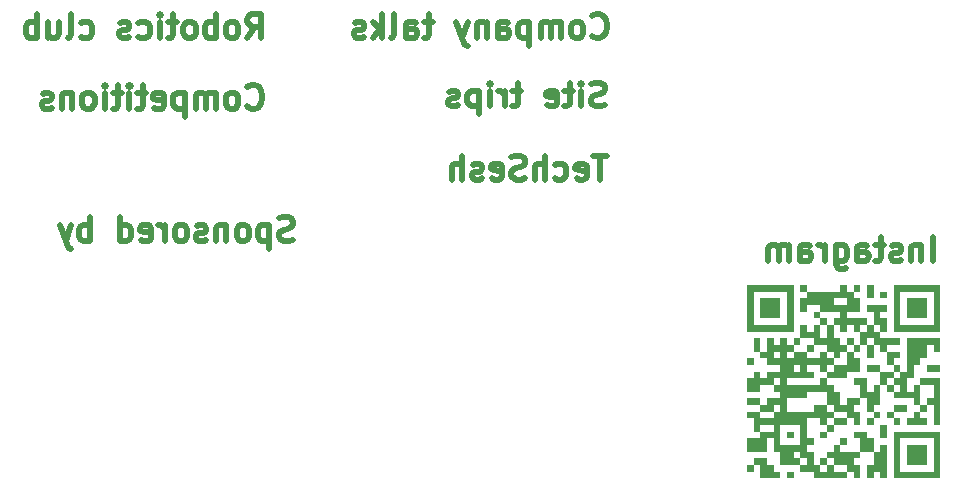
<source format=gbr>
%TF.GenerationSoftware,KiCad,Pcbnew,7.0.6-7.0.6~ubuntu22.04.1*%
%TF.CreationDate,2023-09-06T21:51:48+02:00*%
%TF.ProjectId,elecsoc_card,656c6563-736f-4635-9f63-6172642e6b69,rev?*%
%TF.SameCoordinates,Original*%
%TF.FileFunction,Soldermask,Bot*%
%TF.FilePolarity,Negative*%
%FSLAX46Y46*%
G04 Gerber Fmt 4.6, Leading zero omitted, Abs format (unit mm)*
G04 Created by KiCad (PCBNEW 7.0.6-7.0.6~ubuntu22.04.1) date 2023-09-06 21:51:48*
%MOMM*%
%LPD*%
G01*
G04 APERTURE LIST*
%ADD10C,0.000000*%
%ADD11C,0.500000*%
G04 APERTURE END LIST*
D10*
G36*
X169439009Y-95697870D02*
G01*
X170003453Y-95697870D01*
X170003453Y-96262315D01*
X170567899Y-96262315D01*
X170567899Y-96826759D01*
X168874565Y-96826759D01*
X168874565Y-95697870D01*
X168310120Y-95697870D01*
X168310120Y-95133426D01*
X169439009Y-95133426D01*
X169439009Y-95697870D01*
G37*
G36*
X171132343Y-86666759D02*
G01*
X171696787Y-86666759D01*
X171696787Y-86102314D01*
X172825676Y-86102314D01*
X172825676Y-86666759D01*
X173954565Y-86666759D01*
X173954565Y-86102314D01*
X174519010Y-86102314D01*
X174519010Y-86666759D01*
X175083454Y-86666759D01*
X175083454Y-87231203D01*
X174519010Y-87231203D01*
X174519010Y-87795648D01*
X173954565Y-87795648D01*
X173954565Y-87231203D01*
X172825676Y-87231203D01*
X172825676Y-87795648D01*
X173390120Y-87795648D01*
X173390120Y-88360092D01*
X171132343Y-88360092D01*
X171132343Y-88924537D01*
X173954565Y-88924537D01*
X173954565Y-88360092D01*
X174519010Y-88360092D01*
X174519010Y-88924537D01*
X175083454Y-88924537D01*
X175083454Y-89488981D01*
X175647898Y-89488981D01*
X175647898Y-90617870D01*
X176212343Y-90617870D01*
X176212343Y-90053425D01*
X177341232Y-90053425D01*
X177341232Y-90617870D01*
X176776787Y-90617870D01*
X176776787Y-91182315D01*
X177341232Y-91182315D01*
X177341232Y-92311203D01*
X176776787Y-92311203D01*
X176776787Y-91746759D01*
X176212343Y-91746759D01*
X176212343Y-92311203D01*
X175083454Y-92311203D01*
X175083454Y-92875648D01*
X174519010Y-92875648D01*
X174519010Y-92311203D01*
X173954565Y-92311203D01*
X173954565Y-91746759D01*
X172825676Y-91746759D01*
X172825676Y-92311203D01*
X172825676Y-93440092D01*
X173390120Y-93440092D01*
X173390120Y-94004536D01*
X172825676Y-94004536D01*
X172825676Y-94568982D01*
X173390120Y-94568982D01*
X173390120Y-95133426D01*
X173390120Y-95697870D01*
X173954565Y-95697870D01*
X173954565Y-95133426D01*
X174519010Y-95133426D01*
X174519010Y-95697870D01*
X173954565Y-95697870D01*
X173954565Y-96262315D01*
X174519010Y-96262315D01*
X175083454Y-96262315D01*
X176212343Y-96262315D01*
X176212343Y-95697870D01*
X175083454Y-95697870D01*
X175083454Y-96262315D01*
X174519010Y-96262315D01*
X174519010Y-95697870D01*
X175083454Y-95697870D01*
X175083454Y-95133426D01*
X174519010Y-95133426D01*
X174519010Y-94568982D01*
X175083454Y-94568982D01*
X175083454Y-94004536D01*
X175647898Y-94004536D01*
X175647898Y-94568982D01*
X177341232Y-94568982D01*
X177341232Y-95133426D01*
X176776787Y-95133426D01*
X176776787Y-95697870D01*
X177341232Y-95697870D01*
X177341232Y-96826759D01*
X176776787Y-96826759D01*
X176776787Y-96262315D01*
X176212343Y-96262315D01*
X176212343Y-96826759D01*
X173390120Y-96826759D01*
X173390120Y-96262315D01*
X172261232Y-96262315D01*
X172261232Y-95697870D01*
X172825676Y-95697870D01*
X172825676Y-95133426D01*
X172261232Y-95133426D01*
X172261232Y-95697870D01*
X170567899Y-95697870D01*
X170567899Y-95133426D01*
X171696787Y-95133426D01*
X172261232Y-95133426D01*
X172261232Y-94568982D01*
X171696787Y-94568982D01*
X171696787Y-95133426D01*
X170567899Y-95133426D01*
X170567899Y-94568982D01*
X170003453Y-94568982D01*
X170003453Y-93440092D01*
X169439009Y-93440092D01*
X169439009Y-94568982D01*
X167745676Y-94568982D01*
X167745676Y-93440092D01*
X168874565Y-93440092D01*
X168874565Y-92875648D01*
X170003453Y-92875648D01*
X170003453Y-92311203D01*
X170567899Y-92311203D01*
X170567899Y-94004536D01*
X172261232Y-94004536D01*
X172261232Y-92311203D01*
X170567899Y-92311203D01*
X170003453Y-92311203D01*
X168874565Y-92311203D01*
X168874565Y-92875648D01*
X168310120Y-92875648D01*
X168310120Y-91746759D01*
X167745676Y-91746759D01*
X167745676Y-91182315D01*
X168874565Y-91182315D01*
X168874565Y-91746759D01*
X170003453Y-91746759D01*
X170003453Y-91182315D01*
X170567899Y-91182315D01*
X170567899Y-90617870D01*
X171132343Y-90617870D01*
X171132343Y-91182315D01*
X173390120Y-91182315D01*
X173390120Y-90617870D01*
X174519010Y-90617870D01*
X174519010Y-91182315D01*
X175083454Y-91182315D01*
X175083454Y-91746759D01*
X174519010Y-91746759D01*
X174519010Y-92311203D01*
X175083454Y-92311203D01*
X175083454Y-91746759D01*
X176212343Y-91746759D01*
X176212343Y-91182315D01*
X175083454Y-91182315D01*
X175083454Y-90617870D01*
X174519010Y-90617870D01*
X174519010Y-89488981D01*
X172825676Y-89488981D01*
X172825676Y-90053425D01*
X171132343Y-90053425D01*
X171132343Y-90617870D01*
X170567899Y-90617870D01*
X170003453Y-90617870D01*
X170003453Y-91182315D01*
X168874565Y-91182315D01*
X168874565Y-90617870D01*
X169439009Y-90617870D01*
X169439009Y-90053425D01*
X170567899Y-90053425D01*
X170567899Y-89488981D01*
X170003453Y-89488981D01*
X170003453Y-88924537D01*
X170567899Y-88924537D01*
X170567899Y-88360092D01*
X170003453Y-88360092D01*
X170003453Y-88924537D01*
X168874565Y-88924537D01*
X168874565Y-89488981D01*
X167745676Y-89488981D01*
X167745676Y-88360092D01*
X168310120Y-88360092D01*
X168310120Y-87795648D01*
X168874565Y-87795648D01*
X168874565Y-88360092D01*
X169439009Y-88360092D01*
X169439009Y-87795648D01*
X170567899Y-87795648D01*
X170567899Y-87231203D01*
X171696787Y-87231203D01*
X171696787Y-87795648D01*
X172261232Y-87795648D01*
X172261232Y-87231203D01*
X171696787Y-87231203D01*
X170567899Y-87231203D01*
X169439009Y-87231203D01*
X169439009Y-86666759D01*
X170003453Y-86666759D01*
X170567899Y-86666759D01*
X170567899Y-86102314D01*
X170003453Y-86102314D01*
X170003453Y-86666759D01*
X169439009Y-86666759D01*
X168874565Y-86666759D01*
X168874565Y-86102314D01*
X169439009Y-86102314D01*
X169439009Y-84973426D01*
X170003453Y-84973426D01*
X170003453Y-85537870D01*
X170567899Y-85537870D01*
X170567899Y-84973426D01*
X171132343Y-84973426D01*
X171132343Y-85537870D01*
X171696787Y-85537870D01*
X171696787Y-86102314D01*
X171132343Y-86102314D01*
X171132343Y-86666759D01*
G37*
G36*
X179599009Y-93440092D02*
G01*
X179034565Y-93440092D01*
X179034565Y-92311203D01*
X179599009Y-92311203D01*
X179599009Y-93440092D01*
G37*
G36*
X168310120Y-96262315D02*
G01*
X167745676Y-96262315D01*
X167745676Y-95697870D01*
X168310120Y-95697870D01*
X168310120Y-96262315D01*
G37*
G36*
X180163454Y-89488981D02*
G01*
X179599009Y-89488981D01*
X179599009Y-88924537D01*
X180163454Y-88924537D01*
X180163454Y-89488981D01*
G37*
G36*
X171696787Y-84408981D02*
G01*
X167745676Y-84408981D01*
X167745676Y-83844537D01*
X168310120Y-83844537D01*
X171132343Y-83844537D01*
X171132343Y-81022314D01*
X168310120Y-81022314D01*
X168310120Y-83844537D01*
X167745676Y-83844537D01*
X167745676Y-80457870D01*
X171696787Y-80457870D01*
X171696787Y-81022314D01*
X171696787Y-84408981D01*
G37*
G36*
X168310120Y-87231203D02*
G01*
X167745676Y-87231203D01*
X167745676Y-86666759D01*
X168310120Y-86666759D01*
X168310120Y-87231203D01*
G37*
G36*
X174519010Y-93440092D02*
G01*
X173954565Y-93440092D01*
X173954565Y-92875648D01*
X174519010Y-92875648D01*
X174519010Y-93440092D01*
G37*
G36*
X177341232Y-81022314D02*
G01*
X176776787Y-81022314D01*
X176776787Y-80457870D01*
X177341232Y-80457870D01*
X177341232Y-81022314D01*
G37*
G36*
X180727898Y-86666759D02*
G01*
X180163454Y-86666759D01*
X180163454Y-87231203D01*
X179599009Y-87231203D01*
X179599009Y-86102314D01*
X180727898Y-86102314D01*
X180727898Y-86666759D01*
G37*
G36*
X179034565Y-91746759D02*
G01*
X178470121Y-91746759D01*
X178470121Y-91182315D01*
X179034565Y-91182315D01*
X179034565Y-91746759D01*
G37*
G36*
X179599009Y-96826759D02*
G01*
X179034565Y-96826759D01*
X179034565Y-96262315D01*
X178470121Y-96262315D01*
X178470121Y-96826759D01*
X177905676Y-96826759D01*
X177905676Y-95697870D01*
X178470121Y-95697870D01*
X178470121Y-94568982D01*
X179034565Y-94568982D01*
X179034565Y-94004536D01*
X179599009Y-94004536D01*
X179599009Y-96826759D01*
G37*
G36*
X170567899Y-83280092D02*
G01*
X168874565Y-83280092D01*
X168874565Y-81586759D01*
X170567899Y-81586759D01*
X170567899Y-83280092D01*
G37*
G36*
X173390120Y-86102314D02*
G01*
X172825676Y-86102314D01*
X172825676Y-85537870D01*
X173390120Y-85537870D01*
X173390120Y-86102314D01*
G37*
G36*
X182421232Y-91746759D02*
G01*
X182985676Y-91746759D01*
X182985676Y-92311203D01*
X181292343Y-92311203D01*
X181292343Y-91746759D01*
X181856787Y-91746759D01*
X181856787Y-91182315D01*
X182421232Y-91182315D01*
X182421232Y-91746759D01*
G37*
G36*
X180727898Y-87795648D02*
G01*
X180163454Y-87795648D01*
X180163454Y-87231203D01*
X180727898Y-87231203D01*
X180727898Y-87795648D01*
G37*
G36*
X172825676Y-84408981D02*
G01*
X173390120Y-84408981D01*
X173390120Y-83844537D01*
X173954565Y-83844537D01*
X173954565Y-84973426D01*
X174519010Y-84973426D01*
X174519010Y-83844537D01*
X175083454Y-83844537D01*
X175083454Y-84973426D01*
X175647898Y-84973426D01*
X175647898Y-85537870D01*
X176212343Y-85537870D01*
X176212343Y-86102314D01*
X175647898Y-86102314D01*
X175647898Y-86666759D01*
X175083454Y-86666759D01*
X175083454Y-86102314D01*
X174519010Y-86102314D01*
X174519010Y-85537870D01*
X173390120Y-85537870D01*
X173390120Y-84973426D01*
X172261232Y-84973426D01*
X172261232Y-83844537D01*
X172825676Y-83844537D01*
X172825676Y-84408981D01*
G37*
G36*
X174519010Y-83844537D02*
G01*
X173954565Y-83844537D01*
X173954565Y-83280092D01*
X174519010Y-83280092D01*
X174519010Y-83844537D01*
G37*
G36*
X178470121Y-81586759D02*
G01*
X177905676Y-81586759D01*
X177905676Y-80457870D01*
X178470121Y-80457870D01*
X178470121Y-81586759D01*
G37*
G36*
X172261232Y-85537870D02*
G01*
X171696787Y-85537870D01*
X171696787Y-84973426D01*
X172261232Y-84973426D01*
X172261232Y-85537870D01*
G37*
G36*
X181292343Y-91182315D02*
G01*
X180163454Y-91182315D01*
X180163454Y-90617870D01*
X181292343Y-90617870D01*
X181292343Y-91182315D01*
G37*
G36*
X180727898Y-92311203D02*
G01*
X180163454Y-92311203D01*
X180163454Y-91746759D01*
X180727898Y-91746759D01*
X180727898Y-92311203D01*
G37*
G36*
X182985676Y-95697870D02*
G01*
X181292343Y-95697870D01*
X181292343Y-94004536D01*
X182985676Y-94004536D01*
X182985676Y-95697870D01*
G37*
G36*
X177905676Y-89488981D02*
G01*
X178470121Y-89488981D01*
X178470121Y-88924537D01*
X179034565Y-88924537D01*
X179034565Y-90617870D01*
X178470121Y-90617870D01*
X178470121Y-91182315D01*
X177905676Y-91182315D01*
X177905676Y-90053425D01*
X177341232Y-90053425D01*
X177341232Y-88924537D01*
X176776787Y-88924537D01*
X176776787Y-88360092D01*
X177905676Y-88360092D01*
X177905676Y-89488981D01*
G37*
G36*
X177341232Y-81586759D02*
G01*
X177341232Y-82715648D01*
X176212343Y-82715648D01*
X176212343Y-83280092D01*
X177905676Y-83280092D01*
X177905676Y-83844537D01*
X177341232Y-83844537D01*
X177341232Y-84408981D01*
X177905676Y-84408981D01*
X178470121Y-84408981D01*
X179034565Y-84408981D01*
X179034565Y-83844537D01*
X178470121Y-83844537D01*
X178470121Y-84408981D01*
X177905676Y-84408981D01*
X177905676Y-83844537D01*
X178470121Y-83844537D01*
X178470121Y-82715648D01*
X177905676Y-82715648D01*
X177905676Y-82151203D01*
X179599009Y-82151203D01*
X179599009Y-82715648D01*
X179034565Y-82715648D01*
X179034565Y-83280092D01*
X179599009Y-83280092D01*
X179599009Y-83844537D01*
X179599009Y-84408981D01*
X179034565Y-84408981D01*
X179034565Y-84973426D01*
X180727898Y-84973426D01*
X180727898Y-85537870D01*
X179599009Y-85537870D01*
X179599009Y-86102314D01*
X179034565Y-86102314D01*
X179034565Y-85537870D01*
X178470121Y-85537870D01*
X178470121Y-84973426D01*
X177905676Y-84973426D01*
X177905676Y-85537870D01*
X177341232Y-85537870D01*
X177341232Y-84408981D01*
X176776787Y-84408981D01*
X176776787Y-83844537D01*
X176212343Y-83844537D01*
X176212343Y-84408981D01*
X175647898Y-84408981D01*
X175647898Y-83844537D01*
X175083454Y-83844537D01*
X175083454Y-83280092D01*
X175647898Y-83280092D01*
X175647898Y-82715648D01*
X173954565Y-82715648D01*
X173954565Y-82151203D01*
X175083454Y-82151203D01*
X176212343Y-82151203D01*
X176212343Y-81586759D01*
X175083454Y-81586759D01*
X175083454Y-82151203D01*
X173954565Y-82151203D01*
X172825676Y-82151203D01*
X172825676Y-82715648D01*
X172261232Y-82715648D01*
X172261232Y-81586759D01*
X172825676Y-81586759D01*
X172825676Y-81022314D01*
X175647898Y-81022314D01*
X175647898Y-80457870D01*
X176212343Y-80457870D01*
X176212343Y-81022314D01*
X176776787Y-81022314D01*
X176776787Y-81586759D01*
X177341232Y-81586759D01*
G37*
G36*
X178470121Y-86666759D02*
G01*
X177905676Y-86666759D01*
X177905676Y-85537870D01*
X178470121Y-85537870D01*
X178470121Y-86666759D01*
G37*
G36*
X179599009Y-81586759D02*
G01*
X179034565Y-81586759D01*
X179034565Y-81022314D01*
X179599009Y-81022314D01*
X179599009Y-81586759D01*
G37*
G36*
X176212343Y-94004536D02*
G01*
X175647898Y-94004536D01*
X175647898Y-93440092D01*
X176212343Y-93440092D01*
X176212343Y-94004536D01*
G37*
G36*
X184114565Y-86102314D02*
G01*
X183550121Y-86102314D01*
X183550121Y-85537870D01*
X182985676Y-85537870D01*
X182985676Y-86666759D01*
X182421232Y-86666759D01*
X182421232Y-87231203D01*
X181856787Y-87231203D01*
X181856787Y-88360092D01*
X181292343Y-88360092D01*
X181292343Y-89488981D01*
X181856787Y-89488981D01*
X181856787Y-88924537D01*
X182421232Y-88924537D01*
X182421232Y-90617870D01*
X182985676Y-90617870D01*
X182985676Y-90053425D01*
X183550121Y-90053425D01*
X183550121Y-88924537D01*
X182421232Y-88924537D01*
X182421232Y-88360092D01*
X184114565Y-88360092D01*
X184114565Y-92311203D01*
X183550121Y-92311203D01*
X183550121Y-90617870D01*
X182985676Y-90617870D01*
X182985676Y-91182315D01*
X182421232Y-91182315D01*
X182421232Y-90617870D01*
X181856787Y-90617870D01*
X181856787Y-90053425D01*
X180163454Y-90053425D01*
X180163454Y-89488981D01*
X180727898Y-89488981D01*
X180727898Y-88924537D01*
X180163454Y-88924537D01*
X180163454Y-88360092D01*
X179599009Y-88360092D01*
X179599009Y-88924537D01*
X179034565Y-88924537D01*
X179034565Y-87795648D01*
X180163454Y-87795648D01*
X180163454Y-88360092D01*
X180727898Y-88360092D01*
X180727898Y-87795648D01*
X181292343Y-87795648D01*
X181292343Y-84973426D01*
X184114565Y-84973426D01*
X184114565Y-86102314D01*
G37*
G36*
X168874565Y-86102314D02*
G01*
X168310120Y-86102314D01*
X168310120Y-84973426D01*
X168874565Y-84973426D01*
X168874565Y-86102314D01*
G37*
G36*
X177341232Y-86102314D02*
G01*
X176776787Y-86102314D01*
X176776787Y-85537870D01*
X177341232Y-85537870D01*
X177341232Y-86102314D01*
G37*
G36*
X173954565Y-83280092D02*
G01*
X173390120Y-83280092D01*
X173390120Y-82715648D01*
X173954565Y-82715648D01*
X173954565Y-83280092D01*
G37*
G36*
X184114565Y-96826759D02*
G01*
X180163454Y-96826759D01*
X180163454Y-96262315D01*
X180727898Y-96262315D01*
X183550121Y-96262315D01*
X183550121Y-93440092D01*
X180727898Y-93440092D01*
X180727898Y-96262315D01*
X180163454Y-96262315D01*
X180163454Y-92875648D01*
X184114565Y-92875648D01*
X184114565Y-93440092D01*
X184114565Y-96826759D01*
G37*
G36*
X179034565Y-87795648D02*
G01*
X177905676Y-87795648D01*
X177905676Y-87231203D01*
X179034565Y-87231203D01*
X179034565Y-87795648D01*
G37*
G36*
X182985676Y-83280092D02*
G01*
X181292343Y-83280092D01*
X181292343Y-81586759D01*
X182985676Y-81586759D01*
X182985676Y-83280092D01*
G37*
G36*
X184114565Y-84408981D02*
G01*
X180163454Y-84408981D01*
X180163454Y-83844537D01*
X180727898Y-83844537D01*
X183550121Y-83844537D01*
X183550121Y-81022314D01*
X180727898Y-81022314D01*
X180727898Y-83844537D01*
X180163454Y-83844537D01*
X180163454Y-80457870D01*
X184114565Y-80457870D01*
X184114565Y-81022314D01*
X184114565Y-84408981D01*
G37*
G36*
X184114565Y-87795648D02*
G01*
X182985676Y-87795648D01*
X182985676Y-87231203D01*
X184114565Y-87231203D01*
X184114565Y-87795648D01*
G37*
G36*
X178470121Y-92311203D02*
G01*
X177905676Y-92311203D01*
X177905676Y-91746759D01*
X178470121Y-91746759D01*
X178470121Y-92311203D01*
G37*
G36*
X177905676Y-93440092D02*
G01*
X178470121Y-93440092D01*
X178470121Y-94568982D01*
X177341232Y-94568982D01*
X177341232Y-93440092D01*
X176776787Y-93440092D01*
X176776787Y-92875648D01*
X177905676Y-92875648D01*
X177905676Y-93440092D01*
G37*
G36*
X176776787Y-86666759D02*
G01*
X177341232Y-86666759D01*
X177341232Y-87795648D01*
X176212343Y-87795648D01*
X176212343Y-88360092D01*
X174519010Y-88360092D01*
X174519010Y-87795648D01*
X175083454Y-87795648D01*
X175083454Y-87231203D01*
X176212343Y-87231203D01*
X176212343Y-86102314D01*
X176776787Y-86102314D01*
X176776787Y-86666759D01*
G37*
G36*
X168874565Y-90617870D02*
G01*
X167745676Y-90617870D01*
X167745676Y-90053425D01*
X168874565Y-90053425D01*
X168874565Y-90617870D01*
G37*
G36*
X172825676Y-81022314D02*
G01*
X172261232Y-81022314D01*
X172261232Y-80457870D01*
X172825676Y-80457870D01*
X172825676Y-81022314D01*
G37*
G36*
X180163454Y-91746759D02*
G01*
X179599009Y-91746759D01*
X179599009Y-91182315D01*
X180163454Y-91182315D01*
X180163454Y-91746759D01*
G37*
G36*
X171696787Y-96826759D02*
G01*
X171132343Y-96826759D01*
X171132343Y-96262315D01*
X171696787Y-96262315D01*
X171696787Y-96826759D01*
G37*
G36*
X176776787Y-85537870D02*
G01*
X176212343Y-85537870D01*
X176212343Y-84973426D01*
X176776787Y-84973426D01*
X176776787Y-85537870D01*
G37*
G36*
X171696787Y-93440092D02*
G01*
X171132343Y-93440092D01*
X171132343Y-92875648D01*
X171696787Y-92875648D01*
X171696787Y-93440092D01*
G37*
D11*
X154652005Y-59338761D02*
X154747243Y-59434000D01*
X154747243Y-59434000D02*
X155032957Y-59529238D01*
X155032957Y-59529238D02*
X155223433Y-59529238D01*
X155223433Y-59529238D02*
X155509148Y-59434000D01*
X155509148Y-59434000D02*
X155699624Y-59243523D01*
X155699624Y-59243523D02*
X155794862Y-59053047D01*
X155794862Y-59053047D02*
X155890100Y-58672095D01*
X155890100Y-58672095D02*
X155890100Y-58386380D01*
X155890100Y-58386380D02*
X155794862Y-58005428D01*
X155794862Y-58005428D02*
X155699624Y-57814952D01*
X155699624Y-57814952D02*
X155509148Y-57624476D01*
X155509148Y-57624476D02*
X155223433Y-57529238D01*
X155223433Y-57529238D02*
X155032957Y-57529238D01*
X155032957Y-57529238D02*
X154747243Y-57624476D01*
X154747243Y-57624476D02*
X154652005Y-57719714D01*
X153509148Y-59529238D02*
X153699624Y-59434000D01*
X153699624Y-59434000D02*
X153794862Y-59338761D01*
X153794862Y-59338761D02*
X153890100Y-59148285D01*
X153890100Y-59148285D02*
X153890100Y-58576857D01*
X153890100Y-58576857D02*
X153794862Y-58386380D01*
X153794862Y-58386380D02*
X153699624Y-58291142D01*
X153699624Y-58291142D02*
X153509148Y-58195904D01*
X153509148Y-58195904D02*
X153223433Y-58195904D01*
X153223433Y-58195904D02*
X153032957Y-58291142D01*
X153032957Y-58291142D02*
X152937719Y-58386380D01*
X152937719Y-58386380D02*
X152842481Y-58576857D01*
X152842481Y-58576857D02*
X152842481Y-59148285D01*
X152842481Y-59148285D02*
X152937719Y-59338761D01*
X152937719Y-59338761D02*
X153032957Y-59434000D01*
X153032957Y-59434000D02*
X153223433Y-59529238D01*
X153223433Y-59529238D02*
X153509148Y-59529238D01*
X151985338Y-59529238D02*
X151985338Y-58195904D01*
X151985338Y-58386380D02*
X151890100Y-58291142D01*
X151890100Y-58291142D02*
X151699624Y-58195904D01*
X151699624Y-58195904D02*
X151413909Y-58195904D01*
X151413909Y-58195904D02*
X151223433Y-58291142D01*
X151223433Y-58291142D02*
X151128195Y-58481619D01*
X151128195Y-58481619D02*
X151128195Y-59529238D01*
X151128195Y-58481619D02*
X151032957Y-58291142D01*
X151032957Y-58291142D02*
X150842481Y-58195904D01*
X150842481Y-58195904D02*
X150556767Y-58195904D01*
X150556767Y-58195904D02*
X150366290Y-58291142D01*
X150366290Y-58291142D02*
X150271052Y-58481619D01*
X150271052Y-58481619D02*
X150271052Y-59529238D01*
X149318671Y-58195904D02*
X149318671Y-60195904D01*
X149318671Y-58291142D02*
X149128195Y-58195904D01*
X149128195Y-58195904D02*
X148747242Y-58195904D01*
X148747242Y-58195904D02*
X148556766Y-58291142D01*
X148556766Y-58291142D02*
X148461528Y-58386380D01*
X148461528Y-58386380D02*
X148366290Y-58576857D01*
X148366290Y-58576857D02*
X148366290Y-59148285D01*
X148366290Y-59148285D02*
X148461528Y-59338761D01*
X148461528Y-59338761D02*
X148556766Y-59434000D01*
X148556766Y-59434000D02*
X148747242Y-59529238D01*
X148747242Y-59529238D02*
X149128195Y-59529238D01*
X149128195Y-59529238D02*
X149318671Y-59434000D01*
X146652004Y-59529238D02*
X146652004Y-58481619D01*
X146652004Y-58481619D02*
X146747242Y-58291142D01*
X146747242Y-58291142D02*
X146937718Y-58195904D01*
X146937718Y-58195904D02*
X147318671Y-58195904D01*
X147318671Y-58195904D02*
X147509147Y-58291142D01*
X146652004Y-59434000D02*
X146842480Y-59529238D01*
X146842480Y-59529238D02*
X147318671Y-59529238D01*
X147318671Y-59529238D02*
X147509147Y-59434000D01*
X147509147Y-59434000D02*
X147604385Y-59243523D01*
X147604385Y-59243523D02*
X147604385Y-59053047D01*
X147604385Y-59053047D02*
X147509147Y-58862571D01*
X147509147Y-58862571D02*
X147318671Y-58767333D01*
X147318671Y-58767333D02*
X146842480Y-58767333D01*
X146842480Y-58767333D02*
X146652004Y-58672095D01*
X145699623Y-58195904D02*
X145699623Y-59529238D01*
X145699623Y-58386380D02*
X145604385Y-58291142D01*
X145604385Y-58291142D02*
X145413909Y-58195904D01*
X145413909Y-58195904D02*
X145128194Y-58195904D01*
X145128194Y-58195904D02*
X144937718Y-58291142D01*
X144937718Y-58291142D02*
X144842480Y-58481619D01*
X144842480Y-58481619D02*
X144842480Y-59529238D01*
X144080575Y-58195904D02*
X143604385Y-59529238D01*
X143128194Y-58195904D02*
X143604385Y-59529238D01*
X143604385Y-59529238D02*
X143794861Y-60005428D01*
X143794861Y-60005428D02*
X143890099Y-60100666D01*
X143890099Y-60100666D02*
X144080575Y-60195904D01*
X141128193Y-58195904D02*
X140366289Y-58195904D01*
X140842479Y-57529238D02*
X140842479Y-59243523D01*
X140842479Y-59243523D02*
X140747241Y-59434000D01*
X140747241Y-59434000D02*
X140556765Y-59529238D01*
X140556765Y-59529238D02*
X140366289Y-59529238D01*
X138842479Y-59529238D02*
X138842479Y-58481619D01*
X138842479Y-58481619D02*
X138937717Y-58291142D01*
X138937717Y-58291142D02*
X139128193Y-58195904D01*
X139128193Y-58195904D02*
X139509146Y-58195904D01*
X139509146Y-58195904D02*
X139699622Y-58291142D01*
X138842479Y-59434000D02*
X139032955Y-59529238D01*
X139032955Y-59529238D02*
X139509146Y-59529238D01*
X139509146Y-59529238D02*
X139699622Y-59434000D01*
X139699622Y-59434000D02*
X139794860Y-59243523D01*
X139794860Y-59243523D02*
X139794860Y-59053047D01*
X139794860Y-59053047D02*
X139699622Y-58862571D01*
X139699622Y-58862571D02*
X139509146Y-58767333D01*
X139509146Y-58767333D02*
X139032955Y-58767333D01*
X139032955Y-58767333D02*
X138842479Y-58672095D01*
X137604384Y-59529238D02*
X137794860Y-59434000D01*
X137794860Y-59434000D02*
X137890098Y-59243523D01*
X137890098Y-59243523D02*
X137890098Y-57529238D01*
X136842479Y-59529238D02*
X136842479Y-57529238D01*
X136652003Y-58767333D02*
X136080574Y-59529238D01*
X136080574Y-58195904D02*
X136842479Y-58957809D01*
X135318669Y-59434000D02*
X135128193Y-59529238D01*
X135128193Y-59529238D02*
X134747241Y-59529238D01*
X134747241Y-59529238D02*
X134556764Y-59434000D01*
X134556764Y-59434000D02*
X134461526Y-59243523D01*
X134461526Y-59243523D02*
X134461526Y-59148285D01*
X134461526Y-59148285D02*
X134556764Y-58957809D01*
X134556764Y-58957809D02*
X134747241Y-58862571D01*
X134747241Y-58862571D02*
X135032955Y-58862571D01*
X135032955Y-58862571D02*
X135223431Y-58767333D01*
X135223431Y-58767333D02*
X135318669Y-58576857D01*
X135318669Y-58576857D02*
X135318669Y-58481619D01*
X135318669Y-58481619D02*
X135223431Y-58291142D01*
X135223431Y-58291142D02*
X135032955Y-58195904D01*
X135032955Y-58195904D02*
X134747241Y-58195904D01*
X134747241Y-58195904D02*
X134556764Y-58291142D01*
X155690100Y-65234000D02*
X155404386Y-65329238D01*
X155404386Y-65329238D02*
X154928195Y-65329238D01*
X154928195Y-65329238D02*
X154737719Y-65234000D01*
X154737719Y-65234000D02*
X154642481Y-65138761D01*
X154642481Y-65138761D02*
X154547243Y-64948285D01*
X154547243Y-64948285D02*
X154547243Y-64757809D01*
X154547243Y-64757809D02*
X154642481Y-64567333D01*
X154642481Y-64567333D02*
X154737719Y-64472095D01*
X154737719Y-64472095D02*
X154928195Y-64376857D01*
X154928195Y-64376857D02*
X155309148Y-64281619D01*
X155309148Y-64281619D02*
X155499624Y-64186380D01*
X155499624Y-64186380D02*
X155594862Y-64091142D01*
X155594862Y-64091142D02*
X155690100Y-63900666D01*
X155690100Y-63900666D02*
X155690100Y-63710190D01*
X155690100Y-63710190D02*
X155594862Y-63519714D01*
X155594862Y-63519714D02*
X155499624Y-63424476D01*
X155499624Y-63424476D02*
X155309148Y-63329238D01*
X155309148Y-63329238D02*
X154832957Y-63329238D01*
X154832957Y-63329238D02*
X154547243Y-63424476D01*
X153690100Y-65329238D02*
X153690100Y-63995904D01*
X153690100Y-63329238D02*
X153785338Y-63424476D01*
X153785338Y-63424476D02*
X153690100Y-63519714D01*
X153690100Y-63519714D02*
X153594862Y-63424476D01*
X153594862Y-63424476D02*
X153690100Y-63329238D01*
X153690100Y-63329238D02*
X153690100Y-63519714D01*
X153023433Y-63995904D02*
X152261529Y-63995904D01*
X152737719Y-63329238D02*
X152737719Y-65043523D01*
X152737719Y-65043523D02*
X152642481Y-65234000D01*
X152642481Y-65234000D02*
X152452005Y-65329238D01*
X152452005Y-65329238D02*
X152261529Y-65329238D01*
X150832957Y-65234000D02*
X151023433Y-65329238D01*
X151023433Y-65329238D02*
X151404386Y-65329238D01*
X151404386Y-65329238D02*
X151594862Y-65234000D01*
X151594862Y-65234000D02*
X151690100Y-65043523D01*
X151690100Y-65043523D02*
X151690100Y-64281619D01*
X151690100Y-64281619D02*
X151594862Y-64091142D01*
X151594862Y-64091142D02*
X151404386Y-63995904D01*
X151404386Y-63995904D02*
X151023433Y-63995904D01*
X151023433Y-63995904D02*
X150832957Y-64091142D01*
X150832957Y-64091142D02*
X150737719Y-64281619D01*
X150737719Y-64281619D02*
X150737719Y-64472095D01*
X150737719Y-64472095D02*
X151690100Y-64662571D01*
X148642480Y-63995904D02*
X147880576Y-63995904D01*
X148356766Y-63329238D02*
X148356766Y-65043523D01*
X148356766Y-65043523D02*
X148261528Y-65234000D01*
X148261528Y-65234000D02*
X148071052Y-65329238D01*
X148071052Y-65329238D02*
X147880576Y-65329238D01*
X147213909Y-65329238D02*
X147213909Y-63995904D01*
X147213909Y-64376857D02*
X147118671Y-64186380D01*
X147118671Y-64186380D02*
X147023433Y-64091142D01*
X147023433Y-64091142D02*
X146832957Y-63995904D01*
X146832957Y-63995904D02*
X146642480Y-63995904D01*
X145975814Y-65329238D02*
X145975814Y-63995904D01*
X145975814Y-63329238D02*
X146071052Y-63424476D01*
X146071052Y-63424476D02*
X145975814Y-63519714D01*
X145975814Y-63519714D02*
X145880576Y-63424476D01*
X145880576Y-63424476D02*
X145975814Y-63329238D01*
X145975814Y-63329238D02*
X145975814Y-63519714D01*
X145023433Y-63995904D02*
X145023433Y-65995904D01*
X145023433Y-64091142D02*
X144832957Y-63995904D01*
X144832957Y-63995904D02*
X144452004Y-63995904D01*
X144452004Y-63995904D02*
X144261528Y-64091142D01*
X144261528Y-64091142D02*
X144166290Y-64186380D01*
X144166290Y-64186380D02*
X144071052Y-64376857D01*
X144071052Y-64376857D02*
X144071052Y-64948285D01*
X144071052Y-64948285D02*
X144166290Y-65138761D01*
X144166290Y-65138761D02*
X144261528Y-65234000D01*
X144261528Y-65234000D02*
X144452004Y-65329238D01*
X144452004Y-65329238D02*
X144832957Y-65329238D01*
X144832957Y-65329238D02*
X145023433Y-65234000D01*
X143309147Y-65234000D02*
X143118671Y-65329238D01*
X143118671Y-65329238D02*
X142737719Y-65329238D01*
X142737719Y-65329238D02*
X142547242Y-65234000D01*
X142547242Y-65234000D02*
X142452004Y-65043523D01*
X142452004Y-65043523D02*
X142452004Y-64948285D01*
X142452004Y-64948285D02*
X142547242Y-64757809D01*
X142547242Y-64757809D02*
X142737719Y-64662571D01*
X142737719Y-64662571D02*
X143023433Y-64662571D01*
X143023433Y-64662571D02*
X143213909Y-64567333D01*
X143213909Y-64567333D02*
X143309147Y-64376857D01*
X143309147Y-64376857D02*
X143309147Y-64281619D01*
X143309147Y-64281619D02*
X143213909Y-64091142D01*
X143213909Y-64091142D02*
X143023433Y-63995904D01*
X143023433Y-63995904D02*
X142737719Y-63995904D01*
X142737719Y-63995904D02*
X142547242Y-64091142D01*
X125452005Y-65338761D02*
X125547243Y-65434000D01*
X125547243Y-65434000D02*
X125832957Y-65529238D01*
X125832957Y-65529238D02*
X126023433Y-65529238D01*
X126023433Y-65529238D02*
X126309148Y-65434000D01*
X126309148Y-65434000D02*
X126499624Y-65243523D01*
X126499624Y-65243523D02*
X126594862Y-65053047D01*
X126594862Y-65053047D02*
X126690100Y-64672095D01*
X126690100Y-64672095D02*
X126690100Y-64386380D01*
X126690100Y-64386380D02*
X126594862Y-64005428D01*
X126594862Y-64005428D02*
X126499624Y-63814952D01*
X126499624Y-63814952D02*
X126309148Y-63624476D01*
X126309148Y-63624476D02*
X126023433Y-63529238D01*
X126023433Y-63529238D02*
X125832957Y-63529238D01*
X125832957Y-63529238D02*
X125547243Y-63624476D01*
X125547243Y-63624476D02*
X125452005Y-63719714D01*
X124309148Y-65529238D02*
X124499624Y-65434000D01*
X124499624Y-65434000D02*
X124594862Y-65338761D01*
X124594862Y-65338761D02*
X124690100Y-65148285D01*
X124690100Y-65148285D02*
X124690100Y-64576857D01*
X124690100Y-64576857D02*
X124594862Y-64386380D01*
X124594862Y-64386380D02*
X124499624Y-64291142D01*
X124499624Y-64291142D02*
X124309148Y-64195904D01*
X124309148Y-64195904D02*
X124023433Y-64195904D01*
X124023433Y-64195904D02*
X123832957Y-64291142D01*
X123832957Y-64291142D02*
X123737719Y-64386380D01*
X123737719Y-64386380D02*
X123642481Y-64576857D01*
X123642481Y-64576857D02*
X123642481Y-65148285D01*
X123642481Y-65148285D02*
X123737719Y-65338761D01*
X123737719Y-65338761D02*
X123832957Y-65434000D01*
X123832957Y-65434000D02*
X124023433Y-65529238D01*
X124023433Y-65529238D02*
X124309148Y-65529238D01*
X122785338Y-65529238D02*
X122785338Y-64195904D01*
X122785338Y-64386380D02*
X122690100Y-64291142D01*
X122690100Y-64291142D02*
X122499624Y-64195904D01*
X122499624Y-64195904D02*
X122213909Y-64195904D01*
X122213909Y-64195904D02*
X122023433Y-64291142D01*
X122023433Y-64291142D02*
X121928195Y-64481619D01*
X121928195Y-64481619D02*
X121928195Y-65529238D01*
X121928195Y-64481619D02*
X121832957Y-64291142D01*
X121832957Y-64291142D02*
X121642481Y-64195904D01*
X121642481Y-64195904D02*
X121356767Y-64195904D01*
X121356767Y-64195904D02*
X121166290Y-64291142D01*
X121166290Y-64291142D02*
X121071052Y-64481619D01*
X121071052Y-64481619D02*
X121071052Y-65529238D01*
X120118671Y-64195904D02*
X120118671Y-66195904D01*
X120118671Y-64291142D02*
X119928195Y-64195904D01*
X119928195Y-64195904D02*
X119547242Y-64195904D01*
X119547242Y-64195904D02*
X119356766Y-64291142D01*
X119356766Y-64291142D02*
X119261528Y-64386380D01*
X119261528Y-64386380D02*
X119166290Y-64576857D01*
X119166290Y-64576857D02*
X119166290Y-65148285D01*
X119166290Y-65148285D02*
X119261528Y-65338761D01*
X119261528Y-65338761D02*
X119356766Y-65434000D01*
X119356766Y-65434000D02*
X119547242Y-65529238D01*
X119547242Y-65529238D02*
X119928195Y-65529238D01*
X119928195Y-65529238D02*
X120118671Y-65434000D01*
X117547242Y-65434000D02*
X117737718Y-65529238D01*
X117737718Y-65529238D02*
X118118671Y-65529238D01*
X118118671Y-65529238D02*
X118309147Y-65434000D01*
X118309147Y-65434000D02*
X118404385Y-65243523D01*
X118404385Y-65243523D02*
X118404385Y-64481619D01*
X118404385Y-64481619D02*
X118309147Y-64291142D01*
X118309147Y-64291142D02*
X118118671Y-64195904D01*
X118118671Y-64195904D02*
X117737718Y-64195904D01*
X117737718Y-64195904D02*
X117547242Y-64291142D01*
X117547242Y-64291142D02*
X117452004Y-64481619D01*
X117452004Y-64481619D02*
X117452004Y-64672095D01*
X117452004Y-64672095D02*
X118404385Y-64862571D01*
X116880575Y-64195904D02*
X116118671Y-64195904D01*
X116594861Y-63529238D02*
X116594861Y-65243523D01*
X116594861Y-65243523D02*
X116499623Y-65434000D01*
X116499623Y-65434000D02*
X116309147Y-65529238D01*
X116309147Y-65529238D02*
X116118671Y-65529238D01*
X115452004Y-65529238D02*
X115452004Y-64195904D01*
X115452004Y-63529238D02*
X115547242Y-63624476D01*
X115547242Y-63624476D02*
X115452004Y-63719714D01*
X115452004Y-63719714D02*
X115356766Y-63624476D01*
X115356766Y-63624476D02*
X115452004Y-63529238D01*
X115452004Y-63529238D02*
X115452004Y-63719714D01*
X114785337Y-64195904D02*
X114023433Y-64195904D01*
X114499623Y-63529238D02*
X114499623Y-65243523D01*
X114499623Y-65243523D02*
X114404385Y-65434000D01*
X114404385Y-65434000D02*
X114213909Y-65529238D01*
X114213909Y-65529238D02*
X114023433Y-65529238D01*
X113356766Y-65529238D02*
X113356766Y-64195904D01*
X113356766Y-63529238D02*
X113452004Y-63624476D01*
X113452004Y-63624476D02*
X113356766Y-63719714D01*
X113356766Y-63719714D02*
X113261528Y-63624476D01*
X113261528Y-63624476D02*
X113356766Y-63529238D01*
X113356766Y-63529238D02*
X113356766Y-63719714D01*
X112118671Y-65529238D02*
X112309147Y-65434000D01*
X112309147Y-65434000D02*
X112404385Y-65338761D01*
X112404385Y-65338761D02*
X112499623Y-65148285D01*
X112499623Y-65148285D02*
X112499623Y-64576857D01*
X112499623Y-64576857D02*
X112404385Y-64386380D01*
X112404385Y-64386380D02*
X112309147Y-64291142D01*
X112309147Y-64291142D02*
X112118671Y-64195904D01*
X112118671Y-64195904D02*
X111832956Y-64195904D01*
X111832956Y-64195904D02*
X111642480Y-64291142D01*
X111642480Y-64291142D02*
X111547242Y-64386380D01*
X111547242Y-64386380D02*
X111452004Y-64576857D01*
X111452004Y-64576857D02*
X111452004Y-65148285D01*
X111452004Y-65148285D02*
X111547242Y-65338761D01*
X111547242Y-65338761D02*
X111642480Y-65434000D01*
X111642480Y-65434000D02*
X111832956Y-65529238D01*
X111832956Y-65529238D02*
X112118671Y-65529238D01*
X110594861Y-64195904D02*
X110594861Y-65529238D01*
X110594861Y-64386380D02*
X110499623Y-64291142D01*
X110499623Y-64291142D02*
X110309147Y-64195904D01*
X110309147Y-64195904D02*
X110023432Y-64195904D01*
X110023432Y-64195904D02*
X109832956Y-64291142D01*
X109832956Y-64291142D02*
X109737718Y-64481619D01*
X109737718Y-64481619D02*
X109737718Y-65529238D01*
X108880575Y-65434000D02*
X108690099Y-65529238D01*
X108690099Y-65529238D02*
X108309147Y-65529238D01*
X108309147Y-65529238D02*
X108118670Y-65434000D01*
X108118670Y-65434000D02*
X108023432Y-65243523D01*
X108023432Y-65243523D02*
X108023432Y-65148285D01*
X108023432Y-65148285D02*
X108118670Y-64957809D01*
X108118670Y-64957809D02*
X108309147Y-64862571D01*
X108309147Y-64862571D02*
X108594861Y-64862571D01*
X108594861Y-64862571D02*
X108785337Y-64767333D01*
X108785337Y-64767333D02*
X108880575Y-64576857D01*
X108880575Y-64576857D02*
X108880575Y-64481619D01*
X108880575Y-64481619D02*
X108785337Y-64291142D01*
X108785337Y-64291142D02*
X108594861Y-64195904D01*
X108594861Y-64195904D02*
X108309147Y-64195904D01*
X108309147Y-64195904D02*
X108118670Y-64291142D01*
X125452005Y-59529238D02*
X126118672Y-58576857D01*
X126594862Y-59529238D02*
X126594862Y-57529238D01*
X126594862Y-57529238D02*
X125832957Y-57529238D01*
X125832957Y-57529238D02*
X125642481Y-57624476D01*
X125642481Y-57624476D02*
X125547243Y-57719714D01*
X125547243Y-57719714D02*
X125452005Y-57910190D01*
X125452005Y-57910190D02*
X125452005Y-58195904D01*
X125452005Y-58195904D02*
X125547243Y-58386380D01*
X125547243Y-58386380D02*
X125642481Y-58481619D01*
X125642481Y-58481619D02*
X125832957Y-58576857D01*
X125832957Y-58576857D02*
X126594862Y-58576857D01*
X124309148Y-59529238D02*
X124499624Y-59434000D01*
X124499624Y-59434000D02*
X124594862Y-59338761D01*
X124594862Y-59338761D02*
X124690100Y-59148285D01*
X124690100Y-59148285D02*
X124690100Y-58576857D01*
X124690100Y-58576857D02*
X124594862Y-58386380D01*
X124594862Y-58386380D02*
X124499624Y-58291142D01*
X124499624Y-58291142D02*
X124309148Y-58195904D01*
X124309148Y-58195904D02*
X124023433Y-58195904D01*
X124023433Y-58195904D02*
X123832957Y-58291142D01*
X123832957Y-58291142D02*
X123737719Y-58386380D01*
X123737719Y-58386380D02*
X123642481Y-58576857D01*
X123642481Y-58576857D02*
X123642481Y-59148285D01*
X123642481Y-59148285D02*
X123737719Y-59338761D01*
X123737719Y-59338761D02*
X123832957Y-59434000D01*
X123832957Y-59434000D02*
X124023433Y-59529238D01*
X124023433Y-59529238D02*
X124309148Y-59529238D01*
X122785338Y-59529238D02*
X122785338Y-57529238D01*
X122785338Y-58291142D02*
X122594862Y-58195904D01*
X122594862Y-58195904D02*
X122213909Y-58195904D01*
X122213909Y-58195904D02*
X122023433Y-58291142D01*
X122023433Y-58291142D02*
X121928195Y-58386380D01*
X121928195Y-58386380D02*
X121832957Y-58576857D01*
X121832957Y-58576857D02*
X121832957Y-59148285D01*
X121832957Y-59148285D02*
X121928195Y-59338761D01*
X121928195Y-59338761D02*
X122023433Y-59434000D01*
X122023433Y-59434000D02*
X122213909Y-59529238D01*
X122213909Y-59529238D02*
X122594862Y-59529238D01*
X122594862Y-59529238D02*
X122785338Y-59434000D01*
X120690100Y-59529238D02*
X120880576Y-59434000D01*
X120880576Y-59434000D02*
X120975814Y-59338761D01*
X120975814Y-59338761D02*
X121071052Y-59148285D01*
X121071052Y-59148285D02*
X121071052Y-58576857D01*
X121071052Y-58576857D02*
X120975814Y-58386380D01*
X120975814Y-58386380D02*
X120880576Y-58291142D01*
X120880576Y-58291142D02*
X120690100Y-58195904D01*
X120690100Y-58195904D02*
X120404385Y-58195904D01*
X120404385Y-58195904D02*
X120213909Y-58291142D01*
X120213909Y-58291142D02*
X120118671Y-58386380D01*
X120118671Y-58386380D02*
X120023433Y-58576857D01*
X120023433Y-58576857D02*
X120023433Y-59148285D01*
X120023433Y-59148285D02*
X120118671Y-59338761D01*
X120118671Y-59338761D02*
X120213909Y-59434000D01*
X120213909Y-59434000D02*
X120404385Y-59529238D01*
X120404385Y-59529238D02*
X120690100Y-59529238D01*
X119452004Y-58195904D02*
X118690100Y-58195904D01*
X119166290Y-57529238D02*
X119166290Y-59243523D01*
X119166290Y-59243523D02*
X119071052Y-59434000D01*
X119071052Y-59434000D02*
X118880576Y-59529238D01*
X118880576Y-59529238D02*
X118690100Y-59529238D01*
X118023433Y-59529238D02*
X118023433Y-58195904D01*
X118023433Y-57529238D02*
X118118671Y-57624476D01*
X118118671Y-57624476D02*
X118023433Y-57719714D01*
X118023433Y-57719714D02*
X117928195Y-57624476D01*
X117928195Y-57624476D02*
X118023433Y-57529238D01*
X118023433Y-57529238D02*
X118023433Y-57719714D01*
X116213909Y-59434000D02*
X116404385Y-59529238D01*
X116404385Y-59529238D02*
X116785338Y-59529238D01*
X116785338Y-59529238D02*
X116975814Y-59434000D01*
X116975814Y-59434000D02*
X117071052Y-59338761D01*
X117071052Y-59338761D02*
X117166290Y-59148285D01*
X117166290Y-59148285D02*
X117166290Y-58576857D01*
X117166290Y-58576857D02*
X117071052Y-58386380D01*
X117071052Y-58386380D02*
X116975814Y-58291142D01*
X116975814Y-58291142D02*
X116785338Y-58195904D01*
X116785338Y-58195904D02*
X116404385Y-58195904D01*
X116404385Y-58195904D02*
X116213909Y-58291142D01*
X115452004Y-59434000D02*
X115261528Y-59529238D01*
X115261528Y-59529238D02*
X114880576Y-59529238D01*
X114880576Y-59529238D02*
X114690099Y-59434000D01*
X114690099Y-59434000D02*
X114594861Y-59243523D01*
X114594861Y-59243523D02*
X114594861Y-59148285D01*
X114594861Y-59148285D02*
X114690099Y-58957809D01*
X114690099Y-58957809D02*
X114880576Y-58862571D01*
X114880576Y-58862571D02*
X115166290Y-58862571D01*
X115166290Y-58862571D02*
X115356766Y-58767333D01*
X115356766Y-58767333D02*
X115452004Y-58576857D01*
X115452004Y-58576857D02*
X115452004Y-58481619D01*
X115452004Y-58481619D02*
X115356766Y-58291142D01*
X115356766Y-58291142D02*
X115166290Y-58195904D01*
X115166290Y-58195904D02*
X114880576Y-58195904D01*
X114880576Y-58195904D02*
X114690099Y-58291142D01*
X111356765Y-59434000D02*
X111547241Y-59529238D01*
X111547241Y-59529238D02*
X111928194Y-59529238D01*
X111928194Y-59529238D02*
X112118670Y-59434000D01*
X112118670Y-59434000D02*
X112213908Y-59338761D01*
X112213908Y-59338761D02*
X112309146Y-59148285D01*
X112309146Y-59148285D02*
X112309146Y-58576857D01*
X112309146Y-58576857D02*
X112213908Y-58386380D01*
X112213908Y-58386380D02*
X112118670Y-58291142D01*
X112118670Y-58291142D02*
X111928194Y-58195904D01*
X111928194Y-58195904D02*
X111547241Y-58195904D01*
X111547241Y-58195904D02*
X111356765Y-58291142D01*
X110213908Y-59529238D02*
X110404384Y-59434000D01*
X110404384Y-59434000D02*
X110499622Y-59243523D01*
X110499622Y-59243523D02*
X110499622Y-57529238D01*
X108594860Y-58195904D02*
X108594860Y-59529238D01*
X109452003Y-58195904D02*
X109452003Y-59243523D01*
X109452003Y-59243523D02*
X109356765Y-59434000D01*
X109356765Y-59434000D02*
X109166289Y-59529238D01*
X109166289Y-59529238D02*
X108880574Y-59529238D01*
X108880574Y-59529238D02*
X108690098Y-59434000D01*
X108690098Y-59434000D02*
X108594860Y-59338761D01*
X107642479Y-59529238D02*
X107642479Y-57529238D01*
X107642479Y-58291142D02*
X107452003Y-58195904D01*
X107452003Y-58195904D02*
X107071050Y-58195904D01*
X107071050Y-58195904D02*
X106880574Y-58291142D01*
X106880574Y-58291142D02*
X106785336Y-58386380D01*
X106785336Y-58386380D02*
X106690098Y-58576857D01*
X106690098Y-58576857D02*
X106690098Y-59148285D01*
X106690098Y-59148285D02*
X106785336Y-59338761D01*
X106785336Y-59338761D02*
X106880574Y-59434000D01*
X106880574Y-59434000D02*
X107071050Y-59529238D01*
X107071050Y-59529238D02*
X107452003Y-59529238D01*
X107452003Y-59529238D02*
X107642479Y-59434000D01*
X155880576Y-69529238D02*
X154737719Y-69529238D01*
X155309148Y-71529238D02*
X155309148Y-69529238D01*
X153309147Y-71434000D02*
X153499623Y-71529238D01*
X153499623Y-71529238D02*
X153880576Y-71529238D01*
X153880576Y-71529238D02*
X154071052Y-71434000D01*
X154071052Y-71434000D02*
X154166290Y-71243523D01*
X154166290Y-71243523D02*
X154166290Y-70481619D01*
X154166290Y-70481619D02*
X154071052Y-70291142D01*
X154071052Y-70291142D02*
X153880576Y-70195904D01*
X153880576Y-70195904D02*
X153499623Y-70195904D01*
X153499623Y-70195904D02*
X153309147Y-70291142D01*
X153309147Y-70291142D02*
X153213909Y-70481619D01*
X153213909Y-70481619D02*
X153213909Y-70672095D01*
X153213909Y-70672095D02*
X154166290Y-70862571D01*
X151499623Y-71434000D02*
X151690099Y-71529238D01*
X151690099Y-71529238D02*
X152071052Y-71529238D01*
X152071052Y-71529238D02*
X152261528Y-71434000D01*
X152261528Y-71434000D02*
X152356766Y-71338761D01*
X152356766Y-71338761D02*
X152452004Y-71148285D01*
X152452004Y-71148285D02*
X152452004Y-70576857D01*
X152452004Y-70576857D02*
X152356766Y-70386380D01*
X152356766Y-70386380D02*
X152261528Y-70291142D01*
X152261528Y-70291142D02*
X152071052Y-70195904D01*
X152071052Y-70195904D02*
X151690099Y-70195904D01*
X151690099Y-70195904D02*
X151499623Y-70291142D01*
X150642480Y-71529238D02*
X150642480Y-69529238D01*
X149785337Y-71529238D02*
X149785337Y-70481619D01*
X149785337Y-70481619D02*
X149880575Y-70291142D01*
X149880575Y-70291142D02*
X150071051Y-70195904D01*
X150071051Y-70195904D02*
X150356766Y-70195904D01*
X150356766Y-70195904D02*
X150547242Y-70291142D01*
X150547242Y-70291142D02*
X150642480Y-70386380D01*
X148928194Y-71434000D02*
X148642480Y-71529238D01*
X148642480Y-71529238D02*
X148166289Y-71529238D01*
X148166289Y-71529238D02*
X147975813Y-71434000D01*
X147975813Y-71434000D02*
X147880575Y-71338761D01*
X147880575Y-71338761D02*
X147785337Y-71148285D01*
X147785337Y-71148285D02*
X147785337Y-70957809D01*
X147785337Y-70957809D02*
X147880575Y-70767333D01*
X147880575Y-70767333D02*
X147975813Y-70672095D01*
X147975813Y-70672095D02*
X148166289Y-70576857D01*
X148166289Y-70576857D02*
X148547242Y-70481619D01*
X148547242Y-70481619D02*
X148737718Y-70386380D01*
X148737718Y-70386380D02*
X148832956Y-70291142D01*
X148832956Y-70291142D02*
X148928194Y-70100666D01*
X148928194Y-70100666D02*
X148928194Y-69910190D01*
X148928194Y-69910190D02*
X148832956Y-69719714D01*
X148832956Y-69719714D02*
X148737718Y-69624476D01*
X148737718Y-69624476D02*
X148547242Y-69529238D01*
X148547242Y-69529238D02*
X148071051Y-69529238D01*
X148071051Y-69529238D02*
X147785337Y-69624476D01*
X146166289Y-71434000D02*
X146356765Y-71529238D01*
X146356765Y-71529238D02*
X146737718Y-71529238D01*
X146737718Y-71529238D02*
X146928194Y-71434000D01*
X146928194Y-71434000D02*
X147023432Y-71243523D01*
X147023432Y-71243523D02*
X147023432Y-70481619D01*
X147023432Y-70481619D02*
X146928194Y-70291142D01*
X146928194Y-70291142D02*
X146737718Y-70195904D01*
X146737718Y-70195904D02*
X146356765Y-70195904D01*
X146356765Y-70195904D02*
X146166289Y-70291142D01*
X146166289Y-70291142D02*
X146071051Y-70481619D01*
X146071051Y-70481619D02*
X146071051Y-70672095D01*
X146071051Y-70672095D02*
X147023432Y-70862571D01*
X145309146Y-71434000D02*
X145118670Y-71529238D01*
X145118670Y-71529238D02*
X144737718Y-71529238D01*
X144737718Y-71529238D02*
X144547241Y-71434000D01*
X144547241Y-71434000D02*
X144452003Y-71243523D01*
X144452003Y-71243523D02*
X144452003Y-71148285D01*
X144452003Y-71148285D02*
X144547241Y-70957809D01*
X144547241Y-70957809D02*
X144737718Y-70862571D01*
X144737718Y-70862571D02*
X145023432Y-70862571D01*
X145023432Y-70862571D02*
X145213908Y-70767333D01*
X145213908Y-70767333D02*
X145309146Y-70576857D01*
X145309146Y-70576857D02*
X145309146Y-70481619D01*
X145309146Y-70481619D02*
X145213908Y-70291142D01*
X145213908Y-70291142D02*
X145023432Y-70195904D01*
X145023432Y-70195904D02*
X144737718Y-70195904D01*
X144737718Y-70195904D02*
X144547241Y-70291142D01*
X143594860Y-71529238D02*
X143594860Y-69529238D01*
X142737717Y-71529238D02*
X142737717Y-70481619D01*
X142737717Y-70481619D02*
X142832955Y-70291142D01*
X142832955Y-70291142D02*
X143023431Y-70195904D01*
X143023431Y-70195904D02*
X143309146Y-70195904D01*
X143309146Y-70195904D02*
X143499622Y-70291142D01*
X143499622Y-70291142D02*
X143594860Y-70386380D01*
X129290100Y-76634000D02*
X129004386Y-76729238D01*
X129004386Y-76729238D02*
X128528195Y-76729238D01*
X128528195Y-76729238D02*
X128337719Y-76634000D01*
X128337719Y-76634000D02*
X128242481Y-76538761D01*
X128242481Y-76538761D02*
X128147243Y-76348285D01*
X128147243Y-76348285D02*
X128147243Y-76157809D01*
X128147243Y-76157809D02*
X128242481Y-75967333D01*
X128242481Y-75967333D02*
X128337719Y-75872095D01*
X128337719Y-75872095D02*
X128528195Y-75776857D01*
X128528195Y-75776857D02*
X128909148Y-75681619D01*
X128909148Y-75681619D02*
X129099624Y-75586380D01*
X129099624Y-75586380D02*
X129194862Y-75491142D01*
X129194862Y-75491142D02*
X129290100Y-75300666D01*
X129290100Y-75300666D02*
X129290100Y-75110190D01*
X129290100Y-75110190D02*
X129194862Y-74919714D01*
X129194862Y-74919714D02*
X129099624Y-74824476D01*
X129099624Y-74824476D02*
X128909148Y-74729238D01*
X128909148Y-74729238D02*
X128432957Y-74729238D01*
X128432957Y-74729238D02*
X128147243Y-74824476D01*
X127290100Y-75395904D02*
X127290100Y-77395904D01*
X127290100Y-75491142D02*
X127099624Y-75395904D01*
X127099624Y-75395904D02*
X126718671Y-75395904D01*
X126718671Y-75395904D02*
X126528195Y-75491142D01*
X126528195Y-75491142D02*
X126432957Y-75586380D01*
X126432957Y-75586380D02*
X126337719Y-75776857D01*
X126337719Y-75776857D02*
X126337719Y-76348285D01*
X126337719Y-76348285D02*
X126432957Y-76538761D01*
X126432957Y-76538761D02*
X126528195Y-76634000D01*
X126528195Y-76634000D02*
X126718671Y-76729238D01*
X126718671Y-76729238D02*
X127099624Y-76729238D01*
X127099624Y-76729238D02*
X127290100Y-76634000D01*
X125194862Y-76729238D02*
X125385338Y-76634000D01*
X125385338Y-76634000D02*
X125480576Y-76538761D01*
X125480576Y-76538761D02*
X125575814Y-76348285D01*
X125575814Y-76348285D02*
X125575814Y-75776857D01*
X125575814Y-75776857D02*
X125480576Y-75586380D01*
X125480576Y-75586380D02*
X125385338Y-75491142D01*
X125385338Y-75491142D02*
X125194862Y-75395904D01*
X125194862Y-75395904D02*
X124909147Y-75395904D01*
X124909147Y-75395904D02*
X124718671Y-75491142D01*
X124718671Y-75491142D02*
X124623433Y-75586380D01*
X124623433Y-75586380D02*
X124528195Y-75776857D01*
X124528195Y-75776857D02*
X124528195Y-76348285D01*
X124528195Y-76348285D02*
X124623433Y-76538761D01*
X124623433Y-76538761D02*
X124718671Y-76634000D01*
X124718671Y-76634000D02*
X124909147Y-76729238D01*
X124909147Y-76729238D02*
X125194862Y-76729238D01*
X123671052Y-75395904D02*
X123671052Y-76729238D01*
X123671052Y-75586380D02*
X123575814Y-75491142D01*
X123575814Y-75491142D02*
X123385338Y-75395904D01*
X123385338Y-75395904D02*
X123099623Y-75395904D01*
X123099623Y-75395904D02*
X122909147Y-75491142D01*
X122909147Y-75491142D02*
X122813909Y-75681619D01*
X122813909Y-75681619D02*
X122813909Y-76729238D01*
X121956766Y-76634000D02*
X121766290Y-76729238D01*
X121766290Y-76729238D02*
X121385338Y-76729238D01*
X121385338Y-76729238D02*
X121194861Y-76634000D01*
X121194861Y-76634000D02*
X121099623Y-76443523D01*
X121099623Y-76443523D02*
X121099623Y-76348285D01*
X121099623Y-76348285D02*
X121194861Y-76157809D01*
X121194861Y-76157809D02*
X121385338Y-76062571D01*
X121385338Y-76062571D02*
X121671052Y-76062571D01*
X121671052Y-76062571D02*
X121861528Y-75967333D01*
X121861528Y-75967333D02*
X121956766Y-75776857D01*
X121956766Y-75776857D02*
X121956766Y-75681619D01*
X121956766Y-75681619D02*
X121861528Y-75491142D01*
X121861528Y-75491142D02*
X121671052Y-75395904D01*
X121671052Y-75395904D02*
X121385338Y-75395904D01*
X121385338Y-75395904D02*
X121194861Y-75491142D01*
X119956766Y-76729238D02*
X120147242Y-76634000D01*
X120147242Y-76634000D02*
X120242480Y-76538761D01*
X120242480Y-76538761D02*
X120337718Y-76348285D01*
X120337718Y-76348285D02*
X120337718Y-75776857D01*
X120337718Y-75776857D02*
X120242480Y-75586380D01*
X120242480Y-75586380D02*
X120147242Y-75491142D01*
X120147242Y-75491142D02*
X119956766Y-75395904D01*
X119956766Y-75395904D02*
X119671051Y-75395904D01*
X119671051Y-75395904D02*
X119480575Y-75491142D01*
X119480575Y-75491142D02*
X119385337Y-75586380D01*
X119385337Y-75586380D02*
X119290099Y-75776857D01*
X119290099Y-75776857D02*
X119290099Y-76348285D01*
X119290099Y-76348285D02*
X119385337Y-76538761D01*
X119385337Y-76538761D02*
X119480575Y-76634000D01*
X119480575Y-76634000D02*
X119671051Y-76729238D01*
X119671051Y-76729238D02*
X119956766Y-76729238D01*
X118432956Y-76729238D02*
X118432956Y-75395904D01*
X118432956Y-75776857D02*
X118337718Y-75586380D01*
X118337718Y-75586380D02*
X118242480Y-75491142D01*
X118242480Y-75491142D02*
X118052004Y-75395904D01*
X118052004Y-75395904D02*
X117861527Y-75395904D01*
X116432956Y-76634000D02*
X116623432Y-76729238D01*
X116623432Y-76729238D02*
X117004385Y-76729238D01*
X117004385Y-76729238D02*
X117194861Y-76634000D01*
X117194861Y-76634000D02*
X117290099Y-76443523D01*
X117290099Y-76443523D02*
X117290099Y-75681619D01*
X117290099Y-75681619D02*
X117194861Y-75491142D01*
X117194861Y-75491142D02*
X117004385Y-75395904D01*
X117004385Y-75395904D02*
X116623432Y-75395904D01*
X116623432Y-75395904D02*
X116432956Y-75491142D01*
X116432956Y-75491142D02*
X116337718Y-75681619D01*
X116337718Y-75681619D02*
X116337718Y-75872095D01*
X116337718Y-75872095D02*
X117290099Y-76062571D01*
X114623432Y-76729238D02*
X114623432Y-74729238D01*
X114623432Y-76634000D02*
X114813908Y-76729238D01*
X114813908Y-76729238D02*
X115194861Y-76729238D01*
X115194861Y-76729238D02*
X115385337Y-76634000D01*
X115385337Y-76634000D02*
X115480575Y-76538761D01*
X115480575Y-76538761D02*
X115575813Y-76348285D01*
X115575813Y-76348285D02*
X115575813Y-75776857D01*
X115575813Y-75776857D02*
X115480575Y-75586380D01*
X115480575Y-75586380D02*
X115385337Y-75491142D01*
X115385337Y-75491142D02*
X115194861Y-75395904D01*
X115194861Y-75395904D02*
X114813908Y-75395904D01*
X114813908Y-75395904D02*
X114623432Y-75491142D01*
X112147241Y-76729238D02*
X112147241Y-74729238D01*
X112147241Y-75491142D02*
X111956765Y-75395904D01*
X111956765Y-75395904D02*
X111575812Y-75395904D01*
X111575812Y-75395904D02*
X111385336Y-75491142D01*
X111385336Y-75491142D02*
X111290098Y-75586380D01*
X111290098Y-75586380D02*
X111194860Y-75776857D01*
X111194860Y-75776857D02*
X111194860Y-76348285D01*
X111194860Y-76348285D02*
X111290098Y-76538761D01*
X111290098Y-76538761D02*
X111385336Y-76634000D01*
X111385336Y-76634000D02*
X111575812Y-76729238D01*
X111575812Y-76729238D02*
X111956765Y-76729238D01*
X111956765Y-76729238D02*
X112147241Y-76634000D01*
X110528193Y-75395904D02*
X110052003Y-76729238D01*
X109575812Y-75395904D02*
X110052003Y-76729238D01*
X110052003Y-76729238D02*
X110242479Y-77205428D01*
X110242479Y-77205428D02*
X110337717Y-77300666D01*
X110337717Y-77300666D02*
X110528193Y-77395904D01*
X183459427Y-78412664D02*
X183459427Y-76412664D01*
X182507046Y-77079330D02*
X182507046Y-78412664D01*
X182507046Y-77269806D02*
X182411808Y-77174568D01*
X182411808Y-77174568D02*
X182221332Y-77079330D01*
X182221332Y-77079330D02*
X181935617Y-77079330D01*
X181935617Y-77079330D02*
X181745141Y-77174568D01*
X181745141Y-77174568D02*
X181649903Y-77365045D01*
X181649903Y-77365045D02*
X181649903Y-78412664D01*
X180792760Y-78317426D02*
X180602284Y-78412664D01*
X180602284Y-78412664D02*
X180221332Y-78412664D01*
X180221332Y-78412664D02*
X180030855Y-78317426D01*
X180030855Y-78317426D02*
X179935617Y-78126949D01*
X179935617Y-78126949D02*
X179935617Y-78031711D01*
X179935617Y-78031711D02*
X180030855Y-77841235D01*
X180030855Y-77841235D02*
X180221332Y-77745997D01*
X180221332Y-77745997D02*
X180507046Y-77745997D01*
X180507046Y-77745997D02*
X180697522Y-77650759D01*
X180697522Y-77650759D02*
X180792760Y-77460283D01*
X180792760Y-77460283D02*
X180792760Y-77365045D01*
X180792760Y-77365045D02*
X180697522Y-77174568D01*
X180697522Y-77174568D02*
X180507046Y-77079330D01*
X180507046Y-77079330D02*
X180221332Y-77079330D01*
X180221332Y-77079330D02*
X180030855Y-77174568D01*
X179364188Y-77079330D02*
X178602284Y-77079330D01*
X179078474Y-76412664D02*
X179078474Y-78126949D01*
X179078474Y-78126949D02*
X178983236Y-78317426D01*
X178983236Y-78317426D02*
X178792760Y-78412664D01*
X178792760Y-78412664D02*
X178602284Y-78412664D01*
X177078474Y-78412664D02*
X177078474Y-77365045D01*
X177078474Y-77365045D02*
X177173712Y-77174568D01*
X177173712Y-77174568D02*
X177364188Y-77079330D01*
X177364188Y-77079330D02*
X177745141Y-77079330D01*
X177745141Y-77079330D02*
X177935617Y-77174568D01*
X177078474Y-78317426D02*
X177268950Y-78412664D01*
X177268950Y-78412664D02*
X177745141Y-78412664D01*
X177745141Y-78412664D02*
X177935617Y-78317426D01*
X177935617Y-78317426D02*
X178030855Y-78126949D01*
X178030855Y-78126949D02*
X178030855Y-77936473D01*
X178030855Y-77936473D02*
X177935617Y-77745997D01*
X177935617Y-77745997D02*
X177745141Y-77650759D01*
X177745141Y-77650759D02*
X177268950Y-77650759D01*
X177268950Y-77650759D02*
X177078474Y-77555521D01*
X175268950Y-77079330D02*
X175268950Y-78698378D01*
X175268950Y-78698378D02*
X175364188Y-78888854D01*
X175364188Y-78888854D02*
X175459426Y-78984092D01*
X175459426Y-78984092D02*
X175649903Y-79079330D01*
X175649903Y-79079330D02*
X175935617Y-79079330D01*
X175935617Y-79079330D02*
X176126093Y-78984092D01*
X175268950Y-78317426D02*
X175459426Y-78412664D01*
X175459426Y-78412664D02*
X175840379Y-78412664D01*
X175840379Y-78412664D02*
X176030855Y-78317426D01*
X176030855Y-78317426D02*
X176126093Y-78222187D01*
X176126093Y-78222187D02*
X176221331Y-78031711D01*
X176221331Y-78031711D02*
X176221331Y-77460283D01*
X176221331Y-77460283D02*
X176126093Y-77269806D01*
X176126093Y-77269806D02*
X176030855Y-77174568D01*
X176030855Y-77174568D02*
X175840379Y-77079330D01*
X175840379Y-77079330D02*
X175459426Y-77079330D01*
X175459426Y-77079330D02*
X175268950Y-77174568D01*
X174316569Y-78412664D02*
X174316569Y-77079330D01*
X174316569Y-77460283D02*
X174221331Y-77269806D01*
X174221331Y-77269806D02*
X174126093Y-77174568D01*
X174126093Y-77174568D02*
X173935617Y-77079330D01*
X173935617Y-77079330D02*
X173745140Y-77079330D01*
X172221331Y-78412664D02*
X172221331Y-77365045D01*
X172221331Y-77365045D02*
X172316569Y-77174568D01*
X172316569Y-77174568D02*
X172507045Y-77079330D01*
X172507045Y-77079330D02*
X172887998Y-77079330D01*
X172887998Y-77079330D02*
X173078474Y-77174568D01*
X172221331Y-78317426D02*
X172411807Y-78412664D01*
X172411807Y-78412664D02*
X172887998Y-78412664D01*
X172887998Y-78412664D02*
X173078474Y-78317426D01*
X173078474Y-78317426D02*
X173173712Y-78126949D01*
X173173712Y-78126949D02*
X173173712Y-77936473D01*
X173173712Y-77936473D02*
X173078474Y-77745997D01*
X173078474Y-77745997D02*
X172887998Y-77650759D01*
X172887998Y-77650759D02*
X172411807Y-77650759D01*
X172411807Y-77650759D02*
X172221331Y-77555521D01*
X171268950Y-78412664D02*
X171268950Y-77079330D01*
X171268950Y-77269806D02*
X171173712Y-77174568D01*
X171173712Y-77174568D02*
X170983236Y-77079330D01*
X170983236Y-77079330D02*
X170697521Y-77079330D01*
X170697521Y-77079330D02*
X170507045Y-77174568D01*
X170507045Y-77174568D02*
X170411807Y-77365045D01*
X170411807Y-77365045D02*
X170411807Y-78412664D01*
X170411807Y-77365045D02*
X170316569Y-77174568D01*
X170316569Y-77174568D02*
X170126093Y-77079330D01*
X170126093Y-77079330D02*
X169840379Y-77079330D01*
X169840379Y-77079330D02*
X169649902Y-77174568D01*
X169649902Y-77174568D02*
X169554664Y-77365045D01*
X169554664Y-77365045D02*
X169554664Y-78412664D01*
M02*

</source>
